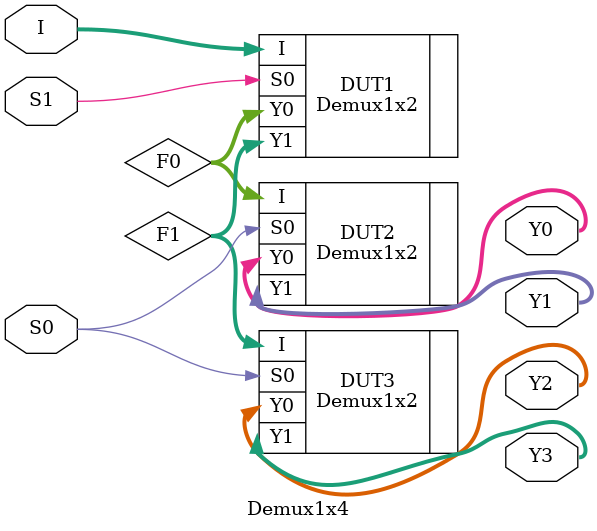
<source format=v>
module Demux1x4 #(parameter N=32)(S0,S1,I,Y0,Y1,Y2,Y3);
input [N-1:0]I;
input S0,S1;
output [N-1:0]Y0,Y1,Y2,Y3;
wire [N-1:0]F0,F1;
Demux1x2 #(.N(N)) DUT1(.I(I),.S0(S1),.Y0(F0),.Y1(F1));
Demux1x2 #(.N(N)) DUT2(.I(F0),.S0(S0),.Y0(Y0),.Y1(Y1));
Demux1x2 #(.N(N)) DUT3(.I(F1),.S0(S0),.Y0(Y2),.Y1(Y3));

endmodule
</source>
